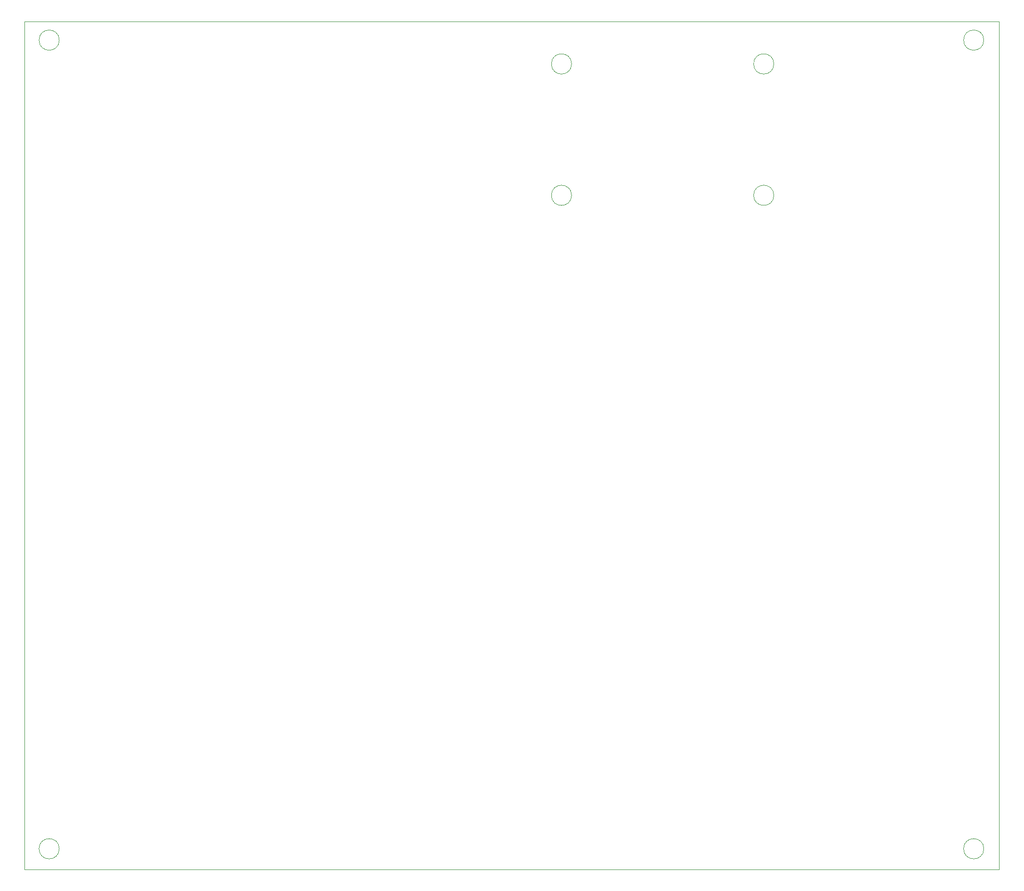
<source format=gm1>
%TF.GenerationSoftware,KiCad,Pcbnew,(6.0.8)*%
%TF.CreationDate,2022-12-20T11:47:50-06:00*%
%TF.ProjectId,Control Box,436f6e74-726f-46c2-9042-6f782e6b6963,rev?*%
%TF.SameCoordinates,Original*%
%TF.FileFunction,Profile,NP*%
%FSLAX46Y46*%
G04 Gerber Fmt 4.6, Leading zero omitted, Abs format (unit mm)*
G04 Created by KiCad (PCBNEW (6.0.8)) date 2022-12-20 11:47:50*
%MOMM*%
%LPD*%
G01*
G04 APERTURE LIST*
%TA.AperFunction,Profile*%
%ADD10C,0.100000*%
%TD*%
%TA.AperFunction,Profile*%
%ADD11C,0.120000*%
%TD*%
G04 APERTURE END LIST*
D10*
X70500000Y-161000000D02*
G75*
G03*
X70500000Y-161000000I-1750000J0D01*
G01*
X230500000Y-161000000D02*
G75*
G03*
X230500000Y-161000000I-1750000J0D01*
G01*
X64516000Y-17780000D02*
X233172000Y-17780000D01*
X233172000Y-17780000D02*
X233172000Y-164592000D01*
X233172000Y-164592000D02*
X64516000Y-164592000D01*
X64516000Y-164592000D02*
X64516000Y-17780000D01*
X70500000Y-21000000D02*
G75*
G03*
X70500000Y-21000000I-1750000J0D01*
G01*
X230500000Y-21000000D02*
G75*
G03*
X230500000Y-21000000I-1750000J0D01*
G01*
D11*
%TO.C,CM1*%
X194165000Y-47869000D02*
G75*
G03*
X194165000Y-47869000I-1750000J0D01*
G01*
X159165000Y-25119000D02*
G75*
G03*
X159165000Y-25119000I-1750000J0D01*
G01*
X194165000Y-25119000D02*
G75*
G03*
X194165000Y-25119000I-1750000J0D01*
G01*
X159165000Y-47869000D02*
G75*
G03*
X159165000Y-47869000I-1750000J0D01*
G01*
%TD*%
M02*

</source>
